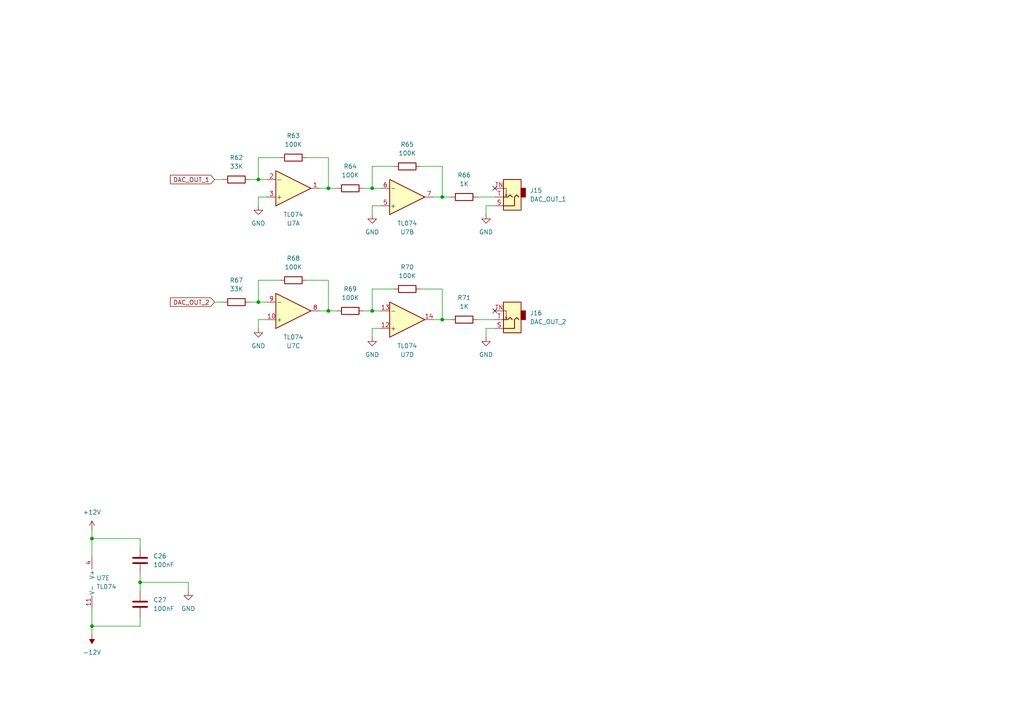
<source format=kicad_sch>
(kicad_sch (version 20231120) (generator "eeschema") (generator_version "8.0")
  (paper "A4")
  (lib_symbols
    (symbol "Amplifier_Operational:TL074" (pin_names (offset 0.127))
      (property "Reference" "U" (at 0 5.08 0))
      (property "Value" "TL074" (at 0 -5.08 0))
      (symbol "TL074_1_1"
        (polyline (pts (xy -5.08 5.08) (xy 5.08 0) (xy -5.08 -5.08) (xy -5.08 5.08)) (stroke (width 0.254)) (fill (type background)))
        (pin output line (at 7.62 0 180) (length 2.54) (name "~") (number "1"))
        (pin input line (at -7.62 -2.54 0) (length 2.54) (name "-") (number "2"))
        (pin input line (at -7.62 2.54 0) (length 2.54) (name "+") (number "3"))
      )
      (symbol "TL074_2_1"
        (polyline (pts (xy -5.08 5.08) (xy 5.08 0) (xy -5.08 -5.08) (xy -5.08 5.08)) (stroke (width 0.254)) (fill (type background)))
        (pin input line (at -7.62 2.54 0) (length 2.54) (name "+") (number "5"))
        (pin input line (at -7.62 -2.54 0) (length 2.54) (name "-") (number "6"))
        (pin output line (at 7.62 0 180) (length 2.54) (name "~") (number "7"))
      )
      (symbol "TL074_3_1"
        (polyline (pts (xy -5.08 5.08) (xy 5.08 0) (xy -5.08 -5.08) (xy -5.08 5.08)) (stroke (width 0.254)) (fill (type background)))
        (pin input line (at -7.62 2.54 0) (length 2.54) (name "+") (number "10"))
        (pin output line (at 7.62 0 180) (length 2.54) (name "~") (number "8"))
        (pin input line (at -7.62 -2.54 0) (length 2.54) (name "-") (number "9"))
      )
      (symbol "TL074_4_1"
        (polyline (pts (xy -5.08 5.08) (xy 5.08 0) (xy -5.08 -5.08) (xy -5.08 5.08)) (stroke (width 0.254)) (fill (type background)))
        (pin input line (at -7.62 2.54 0) (length 2.54) (name "+") (number "12"))
        (pin input line (at -7.62 -2.54 0) (length 2.54) (name "-") (number "13"))
        (pin output line (at 7.62 0 180) (length 2.54) (name "~") (number "14"))
      )
      (symbol "TL074_5_1"
        (pin power_in line (at -2.54 -7.62 90) (length 3.81) (name "V-") (number "11"))
        (pin power_in line (at -2.54 7.62 270) (length 3.81) (name "V+") (number "4"))
      )
    )
    (symbol "Connector_Audio:AudioJack2_SwitchT"
      (property "Reference" "J" (at 0 8.89 0))
      (property "Value" "AudioJack2_SwitchT" (at 0 6.35 0))
      (symbol "AudioJack2_SwitchT_0_1"
        (rectangle (start -2.54 0) (end -3.81 -2.54) (stroke (width 0.254)) (fill (type outline)))
        (polyline (pts (xy 1.778 -0.254) (xy 2.032 -0.762)))
        (polyline (pts (xy 0 0) (xy 0.635 -0.635) (xy 1.27 0) (xy 2.54 0)) (stroke (width 0.254)))
        (polyline (pts (xy 2.54 -2.54) (xy 1.778 -2.54) (xy 1.778 -0.254) (xy 1.524 -0.762)))
        (polyline (pts (xy 2.54 2.54) (xy -0.635 2.54) (xy -0.635 0) (xy -1.27 -0.635) (xy -1.905 0)) (stroke (width 0.254)))
        (rectangle (start 2.54 3.81) (end -2.54 -5.08) (stroke (width 0.254)) (fill (type background)))
      )
      (symbol "AudioJack2_SwitchT_1_1"
        (pin passive line (at 5.08 2.54 180) (length 2.54) (name "~") (number "S"))
        (pin passive line (at 5.08 0 180) (length 2.54) (name "~") (number "T"))
        (pin passive line (at 5.08 -2.54 180) (length 2.54) (name "~") (number "TN"))
      )
    )
    (symbol "Device:C" (pin_numbers hide) (pin_names (offset 0.254))
      (property "Reference" "C" (at 0.635 2.54 0))
      (property "Value" "C" (at 0.635 -2.54 0))
      (symbol "C_0_1"
        (polyline (pts (xy -2.032 -0.762) (xy 2.032 -0.762)) (stroke (width 0.508)))
        (polyline (pts (xy -2.032 0.762) (xy 2.032 0.762)) (stroke (width 0.508)))
      )
      (symbol "C_1_1"
        (pin passive line (at 0 3.81 270) (length 2.794) (name "~") (number "1"))
        (pin passive line (at 0 -3.81 90) (length 2.794) (name "~") (number "2"))
      )
    )
    (symbol "Device:R" (pin_numbers hide) (pin_names (offset 0))
      (property "Reference" "R" (at 2.032 0 90))
      (property "Value" "R" (at 0 0 90))
      (symbol "R_0_1"
        (rectangle (start -1.016 -2.54) (end 1.016 2.54) (stroke (width 0.254)))
      )
      (symbol "R_1_1"
        (pin passive line (at 0 3.81 270) (length 1.27) (name "~") (number "1"))
        (pin passive line (at 0 -3.81 90) (length 1.27) (name "~") (number "2"))
      )
    )
    (symbol "power:+12V" (power) (pin_numbers hide) (pin_names (offset 0) hide)
      (property "Value" "+12V" (at 0 3.556 0))
      (symbol "+12V_0_1"
        (polyline (pts (xy -0.762 1.27) (xy 0 2.54)))
        (polyline (pts (xy 0 0) (xy 0 2.54)))
        (polyline (pts (xy 0 2.54) (xy 0.762 1.27)))
      )
      (symbol "+12V_1_1"
        (pin power_in line (at 0 0 90) (length 0) (name "~") (number "1"))
      )
    )
    (symbol "power:-12V" (power) (pin_numbers hide) (pin_names (offset 0) hide)
      (property "Value" "-12V" (at 0 3.556 0))
      (symbol "-12V_0_0"
        (pin power_in line (at 0 0 90) (length 0) (name "~") (number "1"))
      )
      (symbol "-12V_0_1"
        (polyline (pts (xy 0 0) (xy 0 1.27) (xy 0.762 1.27) (xy 0 2.54) (xy -0.762 1.27) (xy 0 1.27)) (fill (type outline)))
      )
    )
    (symbol "power:GND" (power) (pin_numbers hide) (pin_names (offset 0) hide)
      (property "Value" "GND" (at 0 -3.81 0))
      (symbol "GND_0_1"
        (polyline (pts (xy 0 0) (xy 0 -1.27) (xy 1.27 -1.27) (xy 0 -2.54) (xy -1.27 -1.27) (xy 0 -1.27)))
      )
      (symbol "GND_1_1"
        (pin power_in line (at 0 0 270) (length 0) (name "~") (number "1"))
      )
    )
  )
  (junction (at 95.25 54.61))
  (junction (at 74.93 87.63))
  (junction (at 26.67 156.21))
  (junction (at 95.25 90.17))
  (junction (at 128.27 57.15))
  (junction (at 107.95 90.17))
  (junction (at 128.27 92.71))
  (junction (at 107.95 54.61))
  (junction (at 26.67 181.61))
  (junction (at 74.93 52.07))
  (junction (at 40.64 168.91))
  (no_connect (at 143.51 90.17))
  (no_connect (at 143.51 54.61))
  (wire (pts (xy 74.93 59.69) (xy 74.93 57.15)))
  (wire (pts (xy 74.93 81.28) (xy 74.93 87.63)))
  (wire (pts (xy 110.49 90.17) (xy 107.95 90.17)))
  (wire (pts (xy 107.95 95.25) (xy 110.49 95.25)))
  (wire (pts (xy 140.97 95.25) (xy 140.97 97.79)))
  (wire (pts (xy 143.51 95.25) (xy 140.97 95.25)))
  (wire (pts (xy 26.67 153.67) (xy 26.67 156.21)))
  (wire (pts (xy 128.27 57.15) (xy 125.73 57.15)))
  (wire (pts (xy 74.93 52.07) (xy 77.47 52.07)))
  (wire (pts (xy 114.3 83.82) (xy 107.95 83.82)))
  (wire (pts (xy 40.64 156.21) (xy 26.67 156.21)))
  (wire (pts (xy 74.93 45.72) (xy 74.93 52.07)))
  (wire (pts (xy 88.9 81.28) (xy 95.25 81.28)))
  (wire (pts (xy 40.64 156.21) (xy 40.64 158.75)))
  (wire (pts (xy 26.67 156.21) (xy 26.67 161.29)))
  (wire (pts (xy 54.61 171.45) (xy 54.61 168.91)))
  (wire (pts (xy 128.27 92.71) (xy 125.73 92.71)))
  (wire (pts (xy 81.28 81.28) (xy 74.93 81.28)))
  (wire (pts (xy 107.95 54.61) (xy 105.41 54.61)))
  (wire (pts (xy 74.93 87.63) (xy 77.47 87.63)))
  (wire (pts (xy 40.64 168.91) (xy 40.64 171.45)))
  (wire (pts (xy 140.97 59.69) (xy 140.97 62.23)))
  (wire (pts (xy 95.25 81.28) (xy 95.25 90.17)))
  (wire (pts (xy 26.67 184.15) (xy 26.67 181.61)))
  (wire (pts (xy 107.95 97.79) (xy 107.95 95.25)))
  (wire (pts (xy 40.64 179.07) (xy 40.64 181.61)))
  (wire (pts (xy 40.64 168.91) (xy 54.61 168.91)))
  (wire (pts (xy 128.27 48.26) (xy 128.27 57.15)))
  (wire (pts (xy 128.27 57.15) (xy 130.81 57.15)))
  (wire (pts (xy 110.49 54.61) (xy 107.95 54.61)))
  (wire (pts (xy 40.64 166.37) (xy 40.64 168.91)))
  (wire (pts (xy 95.25 54.61) (xy 97.79 54.61)))
  (wire (pts (xy 143.51 92.71) (xy 138.43 92.71)))
  (wire (pts (xy 81.28 45.72) (xy 74.93 45.72)))
  (wire (pts (xy 95.25 90.17) (xy 97.79 90.17)))
  (wire (pts (xy 95.25 54.61) (xy 92.71 54.61)))
  (wire (pts (xy 114.3 48.26) (xy 107.95 48.26)))
  (wire (pts (xy 62.23 52.07) (xy 64.77 52.07)))
  (wire (pts (xy 107.95 90.17) (xy 105.41 90.17)))
  (wire (pts (xy 121.92 83.82) (xy 128.27 83.82)))
  (wire (pts (xy 107.95 59.69) (xy 110.49 59.69)))
  (wire (pts (xy 121.92 48.26) (xy 128.27 48.26)))
  (wire (pts (xy 26.67 181.61) (xy 40.64 181.61)))
  (wire (pts (xy 72.39 52.07) (xy 74.93 52.07)))
  (wire (pts (xy 107.95 62.23) (xy 107.95 59.69)))
  (wire (pts (xy 88.9 45.72) (xy 95.25 45.72)))
  (wire (pts (xy 74.93 57.15) (xy 77.47 57.15)))
  (wire (pts (xy 143.51 59.69) (xy 140.97 59.69)))
  (wire (pts (xy 74.93 95.25) (xy 74.93 92.71)))
  (wire (pts (xy 95.25 45.72) (xy 95.25 54.61)))
  (wire (pts (xy 74.93 92.71) (xy 77.47 92.71)))
  (wire (pts (xy 128.27 83.82) (xy 128.27 92.71)))
  (wire (pts (xy 95.25 90.17) (xy 92.71 90.17)))
  (wire (pts (xy 107.95 83.82) (xy 107.95 90.17)))
  (wire (pts (xy 107.95 48.26) (xy 107.95 54.61)))
  (wire (pts (xy 62.23 87.63) (xy 64.77 87.63)))
  (wire (pts (xy 26.67 176.53) (xy 26.67 181.61)))
  (wire (pts (xy 72.39 87.63) (xy 74.93 87.63)))
  (wire (pts (xy 128.27 92.71) (xy 130.81 92.71)))
  (wire (pts (xy 143.51 57.15) (xy 138.43 57.15)))
  (global_label "DAC_OUT_2" (shape input) (at 62.23 87.63 180) (property "Intersheetrefs" "${INTERSHEET_REFS}" (effects (hide yes))))
  (global_label "DAC_OUT_1" (shape input) (at 62.23 52.07 180) (property "Intersheetrefs" "${INTERSHEET_REFS}" (effects (hide yes))))
  (symbol (lib_id "Device:R") (at 68.58 87.63 90) (unit 1)
    (property "Reference" "R67" (at 68.58 81.28 90))
    (property "Value" "33K" (at 68.58 83.82 90))
    (property "Footprint" "Resistor_SMD:R_0805_2012Metric_Pad1.20x1.40mm_HandSolder" (effects (hide yes)))
    (property "Description" "Resistor" (effects (hide yes)))
  )
  (symbol (lib_id "Connector_Audio:AudioJack2_SwitchT") (at 148.59 57.15 180) (unit 1)
    (property "Reference" "J15" (at 153.67 55.2449 0) (effects (justify right)))
    (property "Value" "DAC_OUT_1" (at 153.67 57.7849 0) (effects (justify right)))
    (property "Footprint" "Connector_Audio:Jack_3.5mm_QingPu_WQP-PJ398SM_Vertical_CircularHoles" (effects (hide yes)))
    (property "Description" "Audio Jack, 2 Poles (Mono / TS), Switched T Pole (Normalling)" (effects (hide yes)))
  )
  (symbol (lib_id "Amplifier_Operational:TL074") (at 118.11 92.71 0) (mirror x) (unit 4)
    (property "Reference" "U7" (at 118.11 102.87 0))
    (property "Value" "TL074" (at 118.11 100.33 0))
    (property "Footprint" "Package_SO:SOIC-14_3.9x8.7mm_P1.27mm" (effects (hide yes)))
    (property "Datasheet" "http://www.ti.com/lit/ds/symlink/tl071.pdf" (effects (hide yes)))
    (property "Description" "Quad Low-Noise JFET-Input Operational Amplifiers, DIP-14/SOIC-14" (effects (hide yes)))
  )
  (symbol (lib_id "power:GND") (at 74.93 95.25 0) (unit 1)
    (property "Reference" "#PWR056" (effects (hide yes)))
    (property "Value" "GND" (at 74.93 100.33 0))
    (property "Description" "Power symbol creates a global label with name \"GND\" , ground" (effects (hide yes)))
  )
  (symbol (lib_id "Connector_Audio:AudioJack2_SwitchT") (at 148.59 92.71 180) (unit 1)
    (property "Reference" "J16" (at 153.67 90.8049 0) (effects (justify right)))
    (property "Value" "DAC_OUT_2" (at 153.67 93.3449 0) (effects (justify right)))
    (property "Footprint" "Connector_Audio:Jack_3.5mm_QingPu_WQP-PJ398SM_Vertical_CircularHoles" (effects (hide yes)))
    (property "Description" "Audio Jack, 2 Poles (Mono / TS), Switched T Pole (Normalling)" (effects (hide yes)))
  )
  (symbol (lib_id "power:+12V") (at 26.67 153.67 0) (unit 1)
    (property "Reference" "#PWR049" (effects (hide yes)))
    (property "Value" "+12V" (at 26.67 148.59 0))
    (property "Description" "Power symbol creates a global label with name \"+12V\"" (effects (hide yes)))
  )
  (symbol (lib_id "Amplifier_Operational:TL074") (at 85.09 54.61 0) (mirror x) (unit 1)
    (property "Reference" "U7" (at 85.09 64.77 0))
    (property "Value" "TL074" (at 85.09 62.23 0))
    (property "Footprint" "Package_SO:SOIC-14_3.9x8.7mm_P1.27mm" (effects (hide yes)))
    (property "Datasheet" "http://www.ti.com/lit/ds/symlink/tl071.pdf" (effects (hide yes)))
    (property "Description" "Quad Low-Noise JFET-Input Operational Amplifiers, DIP-14/SOIC-14" (effects (hide yes)))
  )
  (symbol (lib_id "power:GND") (at 74.93 59.69 0) (unit 1)
    (property "Reference" "#PWR053" (effects (hide yes)))
    (property "Value" "GND" (at 74.93 64.77 0))
    (property "Description" "Power symbol creates a global label with name \"GND\" , ground" (effects (hide yes)))
  )
  (symbol (lib_id "Device:R") (at 101.6 90.17 90) (unit 1)
    (property "Reference" "R69" (at 101.6 83.82 90))
    (property "Value" "100K" (at 101.6 86.36 90))
    (property "Footprint" "Resistor_SMD:R_0805_2012Metric_Pad1.20x1.40mm_HandSolder" (effects (hide yes)))
    (property "Description" "Resistor" (effects (hide yes)))
  )
  (symbol (lib_id "power:-12V") (at 26.67 184.15 180) (unit 1)
    (property "Reference" "#PWR050" (effects (hide yes)))
    (property "Value" "-12V" (at 26.67 189.23 0))
    (property "Description" "Power symbol creates a global label with name \"-12V\"" (effects (hide yes)))
  )
  (symbol (lib_id "Device:R") (at 101.6 54.61 90) (unit 1)
    (property "Reference" "R64" (at 101.6 48.26 90))
    (property "Value" "100K" (at 101.6 50.8 90))
    (property "Footprint" "Resistor_SMD:R_0805_2012Metric_Pad1.20x1.40mm_HandSolder" (effects (hide yes)))
    (property "Description" "Resistor" (effects (hide yes)))
  )
  (symbol (lib_id "Device:R") (at 68.58 52.07 90) (unit 1)
    (property "Reference" "R62" (at 68.58 45.72 90))
    (property "Value" "33K" (at 68.58 48.26 90))
    (property "Footprint" "Resistor_SMD:R_0805_2012Metric_Pad1.20x1.40mm_HandSolder" (effects (hide yes)))
    (property "Description" "Resistor" (effects (hide yes)))
  )
  (symbol (lib_id "Amplifier_Operational:TL074") (at 118.11 57.15 0) (mirror x) (unit 2)
    (property "Reference" "U7" (at 118.11 67.31 0))
    (property "Value" "TL074" (at 118.11 64.77 0))
    (property "Footprint" "Package_SO:SOIC-14_3.9x8.7mm_P1.27mm" (effects (hide yes)))
    (property "Datasheet" "http://www.ti.com/lit/ds/symlink/tl071.pdf" (effects (hide yes)))
    (property "Description" "Quad Low-Noise JFET-Input Operational Amplifiers, DIP-14/SOIC-14" (effects (hide yes)))
  )
  (symbol (lib_id "power:GND") (at 140.97 97.79 0) (unit 1)
    (property "Reference" "#PWR058" (effects (hide yes)))
    (property "Value" "GND" (at 140.97 102.87 0))
    (property "Description" "Power symbol creates a global label with name \"GND\" , ground" (effects (hide yes)))
  )
  (symbol (lib_id "Device:R") (at 118.11 48.26 90) (unit 1)
    (property "Reference" "R65" (at 118.11 41.91 90))
    (property "Value" "100K" (at 118.11 44.45 90))
    (property "Footprint" "Resistor_SMD:R_0805_2012Metric_Pad1.20x1.40mm_HandSolder" (effects (hide yes)))
    (property "Description" "Resistor" (effects (hide yes)))
  )
  (symbol (lib_id "Device:C") (at 40.64 162.56 0) (unit 1)
    (property "Reference" "C26" (at 44.45 161.2899 0) (effects (justify left)))
    (property "Value" "100nF" (at 44.45 163.8299 0) (effects (justify left)))
    (property "Footprint" "Capacitor_SMD:C_0805_2012Metric_Pad1.18x1.45mm_HandSolder" (effects (hide yes)))
    (property "Description" "Unpolarized capacitor" (effects (hide yes)))
  )
  (symbol (lib_id "Device:R") (at 134.62 92.71 90) (unit 1)
    (property "Reference" "R71" (at 134.62 86.36 90))
    (property "Value" "1K" (at 134.62 88.9 90))
    (property "Footprint" "Resistor_SMD:R_0805_2012Metric_Pad1.20x1.40mm_HandSolder" (effects (hide yes)))
    (property "Description" "Resistor" (effects (hide yes)))
  )
  (symbol (lib_id "Device:R") (at 134.62 57.15 90) (unit 1)
    (property "Reference" "R66" (at 134.62 50.8 90))
    (property "Value" "1K" (at 134.62 53.34 90))
    (property "Footprint" "Resistor_SMD:R_0805_2012Metric_Pad1.20x1.40mm_HandSolder" (effects (hide yes)))
    (property "Description" "Resistor" (effects (hide yes)))
  )
  (symbol (lib_id "Device:R") (at 118.11 83.82 90) (unit 1)
    (property "Reference" "R70" (at 118.11 77.47 90))
    (property "Value" "100K" (at 118.11 80.01 90))
    (property "Footprint" "Resistor_SMD:R_0805_2012Metric_Pad1.20x1.40mm_HandSolder" (effects (hide yes)))
    (property "Description" "Resistor" (effects (hide yes)))
  )
  (symbol (lib_id "Amplifier_Operational:TL074") (at 29.21 168.91 0) (unit 5)
    (property "Reference" "U7" (at 27.94 167.6399 0) (effects (justify left)))
    (property "Value" "TL074" (at 27.94 170.1799 0) (effects (justify left)))
    (property "Footprint" "Package_SO:SOIC-14_3.9x8.7mm_P1.27mm" (effects (hide yes)))
    (property "Datasheet" "http://www.ti.com/lit/ds/symlink/tl071.pdf" (effects (hide yes)))
    (property "Description" "Quad Low-Noise JFET-Input Operational Amplifiers, DIP-14/SOIC-14" (effects (hide yes)))
  )
  (symbol (lib_id "power:GND") (at 140.97 62.23 0) (unit 1)
    (property "Reference" "#PWR054" (effects (hide yes)))
    (property "Value" "GND" (at 140.97 67.31 0))
    (property "Description" "Power symbol creates a global label with name \"GND\" , ground" (effects (hide yes)))
  )
  (symbol (lib_id "Amplifier_Operational:TL074") (at 85.09 90.17 0) (mirror x) (unit 3)
    (property "Reference" "U7" (at 85.09 100.33 0))
    (property "Value" "TL074" (at 85.09 97.79 0))
    (property "Footprint" "Package_SO:SOIC-14_3.9x8.7mm_P1.27mm" (effects (hide yes)))
    (property "Datasheet" "http://www.ti.com/lit/ds/symlink/tl071.pdf" (effects (hide yes)))
    (property "Description" "Quad Low-Noise JFET-Input Operational Amplifiers, DIP-14/SOIC-14" (effects (hide yes)))
  )
  (symbol (lib_id "power:GND") (at 107.95 97.79 0) (unit 1)
    (property "Reference" "#PWR057" (effects (hide yes)))
    (property "Value" "GND" (at 107.95 102.87 0))
    (property "Description" "Power symbol creates a global label with name \"GND\" , ground" (effects (hide yes)))
  )
  (symbol (lib_id "Device:R") (at 85.09 81.28 90) (unit 1)
    (property "Reference" "R68" (at 85.09 74.93 90))
    (property "Value" "100K" (at 85.09 77.47 90))
    (property "Footprint" "Resistor_SMD:R_0805_2012Metric_Pad1.20x1.40mm_HandSolder" (effects (hide yes)))
    (property "Description" "Resistor" (effects (hide yes)))
  )
  (symbol (lib_id "Device:C") (at 40.64 175.26 0) (unit 1)
    (property "Reference" "C27" (at 44.45 173.9899 0) (effects (justify left)))
    (property "Value" "100nF" (at 44.45 176.5299 0) (effects (justify left)))
    (property "Footprint" "Capacitor_SMD:C_0805_2012Metric_Pad1.18x1.45mm_HandSolder" (effects (hide yes)))
    (property "Description" "Unpolarized capacitor" (effects (hide yes)))
  )
  (symbol (lib_id "Device:R") (at 85.09 45.72 90) (unit 1)
    (property "Reference" "R63" (at 85.09 39.37 90))
    (property "Value" "100K" (at 85.09 41.91 90))
    (property "Footprint" "Resistor_SMD:R_0805_2012Metric_Pad1.20x1.40mm_HandSolder" (effects (hide yes)))
    (property "Description" "Resistor" (effects (hide yes)))
  )
  (symbol (lib_id "power:GND") (at 107.95 62.23 0) (unit 1)
    (property "Reference" "#PWR055" (effects (hide yes)))
    (property "Value" "GND" (at 107.95 67.31 0))
    (property "Description" "Power symbol creates a global label with name \"GND\" , ground" (effects (hide yes)))
  )
  (symbol (lib_id "power:GND") (at 54.61 171.45 0) (unit 1)
    (property "Reference" "#PWR052" (effects (hide yes)))
    (property "Value" "GND" (at 54.61 176.53 0))
    (property "Description" "Power symbol creates a global label with name \"GND\" , ground" (effects (hide yes)))
  )
)
</source>
